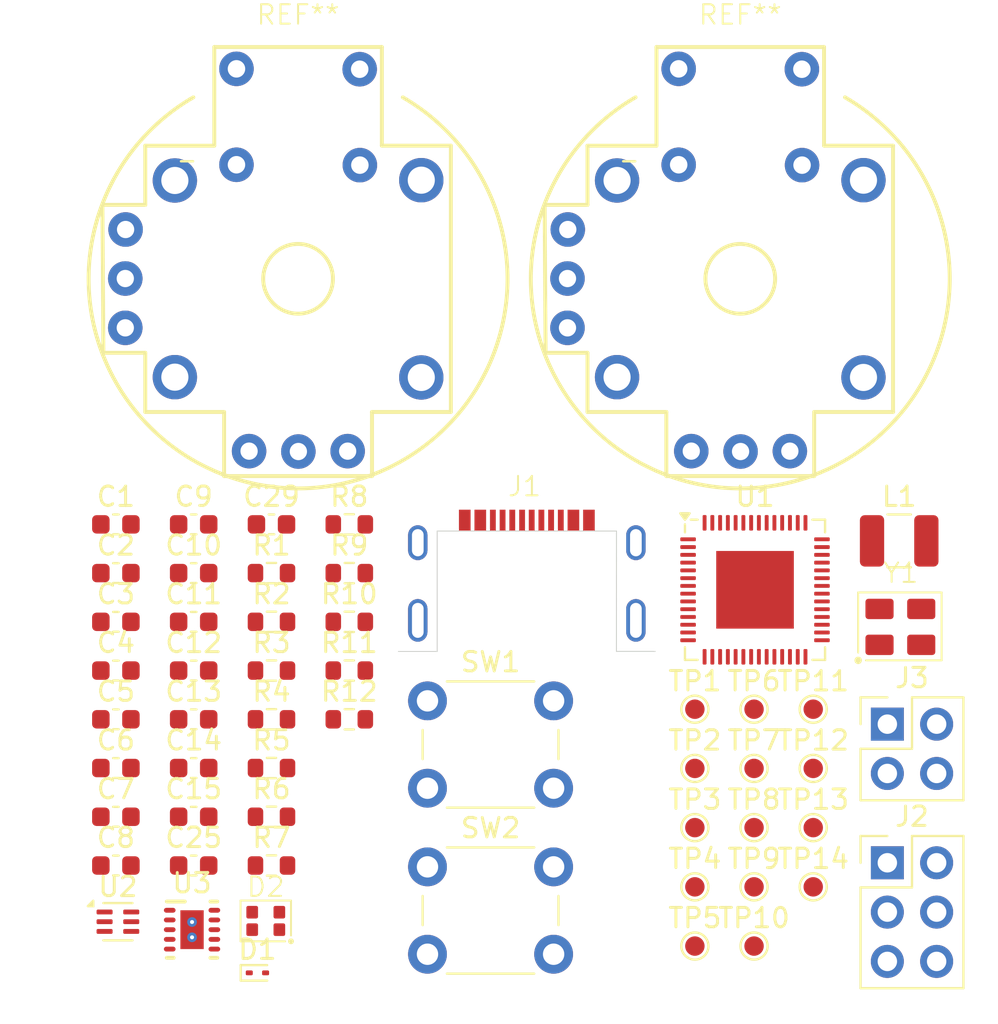
<source format=kicad_pcb>
(kicad_pcb (version 20241229) (generator "pcbnew") (generator_version "9.0")
  (layers (0 "F.Cu" signal) (2 "B.Cu" signal) (13 "F.Paste" user) (15 "B.Paste" user) (5 "F.SilkS" user "F.Silkscreen") (7 "B.SilkS" user "B.Silkscreen") (1 "F.Mask" user) (3 "B.Mask" user) (25 "Edge.Cuts" user))
  (net 0 "")
  (net 1 "+3V3")
  (net 2 "GND")
  (net 3 "GNDS")
  (net 4 "Net-(U1-XTAL_N)")
  (net 5 "Net-(U1-XTAL_P)")
  (net 6 "+5V")
  (net 7 "Net-(D2-RA)")
  (net 8 "Net-(D2-GA)")
  (net 9 "Net-(D2-BA)")
  (net 10 "Net-(J1-CC2)")
  (net 11 "/USB_C_N")
  (net 12 "/USB_C_P")
  (net 13 "Net-(J1-CC1)")
  (net 14 "RST")
  (net 15 "ESP_RX")
  (net 16 "ESP_TX")
  (net 17 "ESP_IO0")
  (net 18 "MTMS")
  (net 19 "MTCK")
  (net 20 "MTDI")
  (net 21 "MTD0")
  (net 22 "RS_X")
  (net 23 "RS_Y")
  (net 24 "RS_SW")
  (net 27 "LS_SW")
  (net 29 "LS_Y")
  (net 31 "LS_X")
  (net 32 "Net-(U3-L1)")
  (net 33 "Net-(U3-L2)")
  (net 34 "LED_R")
  (net 35 "LED_G")
  (net 36 "LED_B")
  (net 37 "BTN_1")
  (net 38 "BTN_2")
  (net 43 "Net-(U1-GPIO33)")
  (net 44 "Net-(U1-GPIO35)")
  (net 45 "Net-(U1-GPIO38)")
  (net 46 "Net-(U1-GPIO34)")
  (net 47 "Net-(U1-GPIO36)")
  (net 48 "Net-(U1-GPIO37)")
  (net 49 "Net-(U1-GPIO21)")
  (net 50 "Net-(U1-DAC_2)")
  (net 51 "Net-(U1-DAC_1)")
  (net 52 "Net-(U1-GPIO14)")
  (net 53 "Net-(U1-GPIO13)")
  (net 54 "Net-(U1-GPIO12)")
  (net 57 "USB_P")
  (net 58 "USB_N")
  (footprint "Capacitor_SMD:C_0603_1608Metric" (layer "F.Cu") (at 49.9 39.23)
    (property "Reference" "C5" (at 0 -1.43 0) (layer "F.SilkS"))
    (property "Value" "0uF1")
    (pad "1" smd roundrect (at -0.775 0) (size 0.9 0.95) (layers "F.Cu" "F.Mask" "F.Paste") (net 1 "+3V3"))
    (pad "2" smd roundrect (at 0.775 0) (size 0.9 0.95) (layers "F.Cu" "F.Mask" "F.Paste") (net 2 "GND"))
  )
  (footprint "TestPoint:TestPoint_Pad_D1.0mm" (layer "F.Cu") (at 82.79 44.81)
    (property "Reference" "TP8" (at 0 -1.448 0) (layer "F.SilkS"))
    (property "Value" "~")
    (pad "1" smd circle (at 0 0) (size 1 1) (layers "F.Cu" "F.Mask") (net 50 "Net-(U1-DAC_2)"))
  )
  (footprint "Resistor_SMD:R_0603_1608Metric" (layer "F.Cu") (at 57.92 46.76)
    (property "Reference" "R7" (at 0 -1.43 0) (layer "F.SilkS"))
    (property "Value" "330R")
    (pad "1" smd roundrect (at -0.825 0) (size 0.8 0.95) (layers "F.Cu" "F.Mask" "F.Paste") (net 35 "LED_G"))
    (pad "2" smd roundrect (at 0.825 0) (size 0.8 0.95) (layers "F.Cu" "F.Mask" "F.Paste") (net 8 "Net-(D2-GA)"))
  )
  (footprint "Capacitor_SMD:C_0603_1608Metric" (layer "F.Cu") (at 49.9 36.72)
    (property "Reference" "C4" (at 0 -1.43 0) (layer "F.SilkS"))
    (property "Value" "0uF1")
    (pad "1" smd roundrect (at -0.775 0) (size 0.9 0.95) (layers "F.Cu" "F.Mask" "F.Paste") (net 1 "+3V3"))
    (pad "2" smd roundrect (at 0.775 0) (size 0.9 0.95) (layers "F.Cu" "F.Mask" "F.Paste") (net 2 "GND"))
  )
  (footprint "Capacitor_SMD:C_0603_1608Metric" (layer "F.Cu") (at 57.92 29.19)
    (property "Reference" "C29" (at 0 -1.43 0) (layer "F.SilkS"))
    (property "Value" "10uF")
    (pad "1" smd roundrect (at -0.775 0) (size 0.9 0.95) (layers "F.Cu" "F.Mask" "F.Paste") (net 1 "+3V3"))
    (pad "2" smd roundrect (at 0.775 0) (size 0.9 0.95) (layers "F.Cu" "F.Mask" "F.Paste") (net 2 "GND"))
  )
  (footprint "TestPoint:TestPoint_Pad_D1.0mm" (layer "F.Cu") (at 79.74 47.86)
    (property "Reference" "TP4" (at 0 -1.448 0) (layer "F.SilkS"))
    (property "Value" "~")
    (pad "1" smd circle (at 0 0) (size 1 1) (layers "F.Cu" "F.Mask") (net 46 "Net-(U1-GPIO34)"))
  )
  (footprint "TestPoint:TestPoint_Pad_D1.0mm" (layer "F.Cu") (at 79.74 38.71)
    (property "Reference" "TP1" (at 0 -1.448 0) (layer "F.SilkS"))
    (property "Value" "~")
    (pad "1" smd circle (at 0 0) (size 1 1) (layers "F.Cu" "F.Mask") (net 43 "Net-(U1-GPIO33)"))
  )
  (footprint "Capacitor_SMD:C_0603_1608Metric" (layer "F.Cu") (at 49.9 44.25)
    (property "Reference" "C7" (at 0 -1.43 0) (layer "F.SilkS"))
    (property "Value" "10uF")
    (pad "1" smd roundrect (at -0.775 0) (size 0.9 0.95) (layers "F.Cu" "F.Mask" "F.Paste") (net 1 "+3V3"))
    (pad "2" smd roundrect (at 0.775 0) (size 0.9 0.95) (layers "F.Cu" "F.Mask" "F.Paste") (net 2 "GND"))
  )
  (footprint "TestPoint:TestPoint_Pad_D1.0mm" (layer "F.Cu") (at 82.79 41.76)
    (property "Reference" "TP7" (at 0 -1.448 0) (layer "F.SilkS"))
    (property "Value" "~")
    (pad "1" smd circle (at 0 0) (size 1 1) (layers "F.Cu" "F.Mask") (net 49 "Net-(U1-GPIO21)"))
  )
  (footprint "Capacitor_SMD:C_0603_1608Metric" (layer "F.Cu") (at 53.91 41.74)
    (property "Reference" "C14" (at 0 -1.43 0) (layer "F.SilkS"))
    (property "Value" "8pF")
    (pad "1" smd roundrect (at -0.775 0) (size 0.9 0.95) (layers "F.Cu" "F.Mask" "F.Paste") (net 4 "Net-(U1-XTAL_N)"))
    (pad "2" smd roundrect (at 0.775 0) (size 0.9 0.95) (layers "F.Cu" "F.Mask" "F.Paste") (net 2 "GND"))
  )
  (footprint "Resistor_SMD:R_0603_1608Metric" (layer "F.Cu") (at 61.93 34.21)
    (property "Reference" "R10" (at 0 -1.43 0) (layer "F.SilkS"))
    (property "Value" "10K")
    (pad "1" smd roundrect (at -0.825 0) (size 0.8 0.95) (layers "F.Cu" "F.Mask" "F.Paste") (net 1 "+3V3"))
    (pad "2" smd roundrect (at 0.825 0) (size 0.8 0.95) (layers "F.Cu" "F.Mask" "F.Paste") (net 27 "LS_SW"))
  )
  (footprint "TestPoint:TestPoint_Pad_D1.0mm" (layer "F.Cu") (at 79.74 50.91)
    (property "Reference" "TP5" (at 0 -1.448 0) (layer "F.SilkS"))
    (property "Value" "~")
    (pad "1" smd circle (at 0 0) (size 1 1) (layers "F.Cu" "F.Mask") (net 47 "Net-(U1-GPIO36)"))
  )
  (footprint "Resistor_SMD:R_0603_1608Metric" (layer "F.Cu") (at 61.93 31.7)
    (property "Reference" "R9" (at 0 -1.43 0) (layer "F.SilkS"))
    (property "Value" "10K")
    (pad "1" smd roundrect (at -0.825 0) (size 0.8 0.95) (layers "F.Cu" "F.Mask" "F.Paste") (net 1 "+3V3"))
    (pad "2" smd roundrect (at 0.825 0) (size 0.8 0.95) (layers "F.Cu" "F.Mask" "F.Paste") (net 24 "RS_SW"))
  )
  (footprint "Resistor_SMD:R_0603_1608Metric" (layer "F.Cu") (at 61.93 39.23)
    (property "Reference" "R12" (at 0 -1.43 0) (layer "F.SilkS"))
    (property "Value" "10K")
    (pad "1" smd roundrect (at -0.825 0) (size 0.8 0.95) (layers "F.Cu" "F.Mask" "F.Paste") (net 1 "+3V3"))
    (pad "2" smd roundrect (at 0.825 0) (size 0.8 0.95) (layers "F.Cu" "F.Mask" "F.Paste") (net 38 "BTN_2"))
  )
  (footprint "Resistor_SMD:R_0603_1608Metric" (layer "F.Cu") (at 61.93 36.72)
    (property "Reference" "R11" (at 0 -1.43 0) (layer "F.SilkS"))
    (property "Value" "10K")
    (pad "1" smd roundrect (at -0.825 0) (size 0.8 0.95) (layers "F.Cu" "F.Mask" "F.Paste") (net 1 "+3V3"))
    (pad "2" smd roundrect (at 0.825 0) (size 0.8 0.95) (layers "F.Cu" "F.Mask" "F.Paste") (net 37 "BTN_1"))
  )
  (footprint "CONTROLER:usb4500" (layer "F.Cu") (at 70.96 32.835)
    (property "Reference" "J1" (at 0 -5.6 0) (layer "F.SilkS") (effects (font (thickness 0.1))))
    (property "Value" "USB_C_Receptacle_USB2.0_14P")
    (fp_line (start -4.5 -3.3) (end -4.5 2.9) (stroke (width 0.05)) (layer "Edge.Cuts"))
    (fp_line (start -4.5 -3.3) (end 4.74 -3.3) (stroke (width 0.05)) (layer "Edge.Cuts"))
    (fp_line (start -4.5 2.9) (end -6.5 2.9) (stroke (width 0.05)) (layer "Edge.Cuts"))
    (fp_line (start 4.737427 2.897799) (end 6.737427 2.897799) (stroke (width 0.05)) (layer "Edge.Cuts"))
    (fp_line (start 4.74 -3.3) (end 4.737427 2.897799) (stroke (width 0.05)) (layer "Edge.Cuts"))
    (pad "A1" smd rect (at -3.08 -3.85 90) (size 1.1 0.6) (layers "F.Cu" "F.Mask" "F.Paste") (net 2 "GND"))
    (pad "A4" smd rect (at -2.28 -3.85 90) (size 1.1 0.6) (layers "F.Cu" "F.Mask" "F.Paste") (net 6 "+5V"))
    (pad "A5" smd rect (at -1.13 -3.85 90) (size 1.1 0.3) (layers "F.Cu" "F.Mask" "F.Paste") (net 13 "Net-(J1-CC1)"))
    (pad "A6" smd rect (at -0.125 -3.85 90) (size 1.1 0.3) (layers "F.Cu" "F.Mask" "F.Paste") (net 12 "/USB_C_P"))
    (pad "A7" smd rect (at 0.37 -3.85 90) (size 1.1 0.3) (layers "F.Cu" "F.Mask" "F.Paste") (net 11 "/USB_C_N"))
    (pad "A8" smd rect (at 1.37 -3.85 90) (size 1.1 0.3) (layers "F.Cu" "F.Mask" "F.Paste"))
    (pad "B1" smd rect (at 3.32 -3.85 90) (size 1.1 0.6) (layers "F.Cu" "F.Mask" "F.Paste") (net 2 "GND"))
    (pad "B4" smd rect (at 2.52 -3.85 90) (size 1.1 0.6) (layers "F.Cu" "F.Mask" "F.Paste") (net 6 "+5V"))
    (pad "B5" smd rect (at 1.87 -3.85 90) (size 1.1 0.3) (layers "F.Cu" "F.Mask" "F.Paste") (net 10 "Net-(J1-CC2)"))
    (pad "B6" smd rect (at 0.87 -3.85 90) (size 1.1 0.3) (layers "F.Cu" "F.Mask" "F.Paste") (net 12 "/USB_C_P"))
    (pad "B7" smd rect (at -0.63 -3.85 90) (size 1.1 0.3) (layers "F.Cu" "F.Mask" "F.Paste") (net 11 "/USB_C_N"))
    (pad "B8" smd rect (at -1.63 -3.85 90) (size 1.1 0.3) (layers "F.Cu" "F.Mask" "F.Paste"))
    (pad "S" thru_hole roundrect (at -5.5 -2.7 90) (size 1.8 1) (drill oval 1.4 0.6) (layers "*.Cu" "*.Mask") (roundrect_rratio 0.5) (net 3 "GNDS"))
    (pad "S" thru_hole roundrect (at -5.5 1.3 90) (size 2.2 1) (drill oval 1.8 0.6) (layers "*.Cu" "*.Mask") (roundrect_rratio 0.5) (net 3 "GNDS"))
    (pad "S" thru_hole roundrect (at 5.74 -2.7 90) (size 1.8 1) (drill oval 1.4 0.6) (layers "*.Cu" "*.Mask") (roundrect_rratio 0.5) (net 3 "GNDS"))
    (pad "S" thru_hole roundrect (at 5.74 1.3 90) (size 2.2 1) (drill oval 1.8 0.6) (layers "*.Cu" "*.Mask") (roundrect_rratio 0.5) (net 3 "GNDS"))
  )
  (footprint "Resistor_SMD:R_0603_1608Metric" (layer "F.Cu") (at 61.93 29.19)
    (property "Reference" "R8" (at 0 -1.43 0) (layer "F.SilkS"))
    (property "Value" "330R")
    (pad "1" smd roundrect (at -0.825 0) (size 0.8 0.95) (layers "F.Cu" "F.Mask" "F.Paste") (net 36 "LED_B"))
    (pad "2" smd roundrect (at 0.825 0) (size 0.8 0.95) (layers "F.Cu" "F.Mask" "F.Paste") (net 9 "Net-(D2-BA)"))
  )
  (footprint "CONTROLER:EAST1616RGBA1" (layer "F.Cu") (at 57.625 49.665)
    (property "Reference" "D2" (at 0 -1.8 0) (layer "F.SilkS") (effects (font (thickness 0.1))))
    (property "Value" "LED_BKGR")
    (pad "1" smd roundrect (at 0.7 0.4) (size 0.6 0.65) (layers "F.Cu" "F.Mask" "F.Paste") (roundrect_rratio 0.15) (net 9 "Net-(D2-BA)"))
    (pad "2" smd roundrect (at 0.7 -0.5) (size 0.6 0.65) (layers "F.Cu" "F.Mask" "F.Paste") (roundrect_rratio 0.15) (net 2 "GND"))
    (pad "3" smd roundrect (at -0.7 0.4) (size 0.6 0.65) (layers "F.Cu" "F.Mask" "F.Paste") (roundrect_rratio 0.15) (net 8 "Net-(D2-GA)"))
    (pad "4" smd roundrect (at -0.7 -0.5) (size 0.6 0.65) (layers "F.Cu" "F.Mask" "F.Paste") (roundrect_rratio 0.15) (net 7 "Net-(D2-RA)"))
  )
  (footprint "Resistor_SMD:R_0603_1608Metric" (layer "F.Cu") (at 57.92 39.23)
    (property "Reference" "R4" (at 0 -1.43 0) (layer "F.SilkS"))
    (property "Value" "330R")
    (pad "1" smd roundrect (at -0.825 0) (size 0.8 0.95) (layers "F.Cu" "F.Mask" "F.Paste") (net 3 "GNDS"))
    (pad "2" smd roundrect (at 0.825 0) (size 0.8 0.95) (layers "F.Cu" "F.Mask" "F.Paste") (net 2 "GND"))
  )
  (footprint "Capacitor_SMD:C_0603_1608Metric" (layer "F.Cu") (at 53.91 44.25)
    (property "Reference" "C15" (at 0 -1.43 0) (layer "F.SilkS"))
    (property "Value" "8pF")
    (pad "1" smd roundrect (at -0.775 0) (size 0.9 0.95) (layers "F.Cu" "F.Mask" "F.Paste") (net 5 "Net-(U1-XTAL_P)"))
    (pad "2" smd roundrect (at 0.775 0) (size 0.9 0.95) (layers "F.Cu" "F.Mask" "F.Paste") (net 2 "GND"))
  )
  (footprint "TestPoint:TestPoint_Pad_D1.0mm" (layer "F.Cu") (at 85.84 38.71)
    (property "Reference" "TP11" (at 0 -1.448 0) (layer "F.SilkS"))
    (property "Value" "~")
    (pad "1" smd circle (at 0 0) (size 1 1) (layers "F.Cu" "F.Mask") (net 53 "Net-(U1-GPIO13)"))
  )
  (footprint "Capacitor_SMD:C_0603_1608Metric" (layer "F.Cu") (at 53.91 29.19)
    (property "Reference" "C9" (at 0 -1.43 0) (layer "F.SilkS"))
    (property "Value" "10uF")
    (pad "1" smd roundrect (at -0.775 0) (size 0.9 0.95) (layers "F.Cu" "F.Mask" "F.Paste") (net 1 "+3V3"))
    (pad "2" smd roundrect (at 0.775 0) (size 0.9 0.95) (layers "F.Cu" "F.Mask" "F.Paste") (net 2 "GND"))
  )
  (footprint "Inductor_SMD:L_1210_3225Metric" (layer "F.Cu") (at 90.27 30.04)
    (property "Reference" "L1" (at 0 -2.28 0) (layer "F.SilkS"))
    (property "Value" "1uH5")
    (pad "1" smd roundrect (at -1.4 0) (size 1.25 2.65) (layers "F.Cu" "F.Mask" "F.Paste") (roundrect_rratio 0.2) (net 32 "Net-(U3-L1)"))
    (pad "2" smd roundrect (at 1.4 0) (size 1.25 2.65) (layers "F.Cu" "F.Mask" "F.Paste") (roundrect_rratio 0.2) (net 33 "Net-(U3-L2)"))
  )
  (footprint "TestPoint:TestPoint_Pad_D1.0mm" (layer "F.Cu") (at 82.79 38.71)
    (property "Reference" "TP6" (at 0 -1.448 0) (layer "F.SilkS"))
    (property "Value" "~")
    (pad "1" smd circle (at 0 0) (size 1 1) (layers "F.Cu" "F.Mask") (net 48 "Net-(U1-GPIO37)"))
  )
  (footprint "Button_Switch_THT:SW_PUSH_6mm" (layer "F.Cu") (at 65.96 46.83)
    (property "Reference" "SW2" (at 3.25 -2 0) (layer "F.SilkS"))
    (property "Value" "SW_MEC_5E")
    (pad "1" thru_hole circle (at 0 0 90) (size 2 2) (drill 1.1) (layers "*.Cu" "*.Mask") (net 38 "BTN_2"))
    (pad "1" thru_hole circle (at 6.5 0 90) (size 2 2) (drill 1.1) (layers "*.Cu" "*.Mask") (net 38 "BTN_2"))
    (pad "2" thru_hole circle (at 0 4.5 90) (size 2 2) (drill 1.1) (layers "*.Cu" "*.Mask"))
    (pad "2" thru_hole circle (at 6.5 4.5 90) (size 2 2) (drill 1.1) (layers "*.Cu" "*.Mask"))
  )
  (footprint "TestPoint:TestPoint_Pad_D1.0mm" (layer "F.Cu") (at 85.84 47.86)
    (property "Reference" "TP14" (at 0 -1.448 0) (layer "F.SilkS"))
    (property "Value" "~")
    (pad "1" smd circle (at 0 0) (size 1 1) (layers "F.Cu" "F.Mask") (net 1 "+3V3"))
  )
  (footprint "TestPoint:TestPoint_Pad_D1.0mm" (layer "F.Cu") (at 85.84 41.76)
    (property "Reference" "TP12" (at 0 -1.448 0) (layer "F.SilkS"))
    (property "Value" "~")
    (pad "1" smd circle (at 0 0) (size 1 1) (layers "F.Cu" "F.Mask") (net 54 "Net-(U1-GPIO12)"))
  )
  (footprint "Capacitor_SMD:C_0603_1608Metric" (layer "F.Cu") (at 53.91 39.23)
    (property "Reference" "C13" (at 0 -1.43 0) (layer "F.SilkS"))
    (property "Value" "0uF1")
    (pad "1" smd roundrect (at -0.775 0) (size 0.9 0.95) (layers "F.Cu" "F.Mask" "F.Paste") (net 3 "GNDS"))
    (pad "2" smd roundrect (at 0.775 0) (size 0.9 0.95) (layers "F.Cu" "F.Mask" "F.Paste") (net 2 "GND"))
  )
  (footprint "Capacitor_SMD:C_0603_1608Metric" (layer "F.Cu") (at 49.9 46.76)
    (property "Reference" "C8" (at 0 -1.43 0) (layer "F.SilkS"))
    (property "Value" "10uF")
    (pad "1" smd roundrect (at -0.775 0) (size 0.9 0.95) (layers "F.Cu" "F.Mask" "F.Paste") (net 1 "+3V3"))
    (pad "2" smd roundrect (at 0.775 0) (size 0.9 0.95) (layers "F.Cu" "F.Mask" "F.Paste") (net 2 "GND"))
  )
  (footprint "Resistor_SMD:R_0603_1608Metric" (layer "F.Cu") (at 57.92 44.25)
    (property "Reference" "R6" (at 0 -1.43 0) (layer "F.SilkS"))
    (property "Value" "330R")
    (pad "1" smd roundrect (at -0.825 0) (size 0.8 0.95) (layers "F.Cu" "F.Mask" "F.Paste") (net 34 "LED_R"))
    (pad "2" smd roundrect (at 0.825 0) (size 0.8 0.95) (layers "F.Cu" "F.Mask" "F.Paste") (net 7 "Net-(D2-RA)"))
  )
  (footprint "Package_DFN_QFN:ST_UQFN-6L_1.5x1.7mm_P0.5mm" (layer "F.Cu") (at 50.005 49.655)
    (property "Reference" "U2" (at 0 -1.8 0) (layer "F.SilkS"))
    (property "Value" "ECMF02-2AMX6")
    (pad "1" smd roundrect (at -0.6875 -0.5) (size 0.825 0.25) (layers "F.Cu" "F.Mask" "F.Paste") (net 57 "USB_P"))
    (pad "2" smd roundrect (at -0.6875 0) (size 0.825 0.25) (layers "F.Cu" "F.Mask" "F.Paste") (net 58 "USB_N"))
    (pad "3" smd roundrect (at -0.6875 0.5) (size 0.825 0.25) (layers "F.Cu" "F.Mask" "F.Paste") (net 2 "GND"))
    (pad "4" smd roundrect (at 0.6875 0.5) (size 0.825 0.25) (layers "F.Cu" "F.Mask" "F.Paste"))
    (pad "5" smd roundrect (at 0.6875 0) (size 0.825 0.25) (layers "F.Cu" "F.Mask" "F.Paste") (net 11 "/USB_C_N"))
    (pad "6" smd roundrect (at 0.6875 -0.5) (size 0.825 0.25) (layers "F.Cu" "F.Mask" "F.Paste") (net 12 "/USB_C_P"))
  )
  (footprint "Resistor_SMD:R_0603_1608Metric" (layer "F.Cu") (at 57.92 34.21)
    (property "Reference" "R2" (at 0 -1.43 0) (layer "F.SilkS"))
    (property "Value" "5K1")
    (pad "1" smd roundrect (at -0.825 0) (size 0.8 0.95) (layers "F.Cu" "F.Mask" "F.Paste") (net 10 "Net-(J1-CC2)"))
    (pad "2" smd roundrect (at 0.825 0) (size 0.8 0.95) (layers "F.Cu" "F.Mask" "F.Paste") (net 2 "GND"))
  )
  (footprint "Diode_SMD:D_SOD-923" (layer "F.Cu") (at 57.195 52.29)
    (property "Reference" "D1" (at 0 -1.2 0) (layer "F.SilkS"))
    (property "Value" "ESD9B5.0ST5G")
    (pad "1" smd roundrect (at -0.42 0 180) (size 0.36 0.25) (layers "F.Cu" "F.Mask" "F.Paste") (net 2 "GND"))
    (pad "2" smd roundrect (at 0.42 0 180) (size 0.36 0.25) (layers "F.Cu" "F.Mask" "F.Paste") (net 6 "+5V"))
  )
  (footprint "Package_DFN_QFN:QFN-56-1EP_7x7mm_P0.4mm_EP4x4mm" (layer "F.Cu") (at 82.84 32.56)
    (property "Reference" "U1" (at 0 -4.8 0) (layer "F.SilkS"))
    (property "Value" "ESP32-S2FH2")
    (pad "1" smd roundrect (at -3.45 -2.6) (size 0.8 0.2) (layers "F.Cu" "F.Mask" "F.Paste") (net 1 "+3V3"))
    (pad "2" smd roundrect (at -3.45 -2.2) (size 0.8 0.2) (layers "F.Cu" "F.Mask" "F.Paste"))
    (pad "3" smd roundrect (at -3.45 -1.8) (size 0.8 0.2) (layers "F.Cu" "F.Mask" "F.Paste") (net 1 "+3V3"))
    (pad "4" smd roundrect (at -3.45 -1.4) (size 0.8 0.2) (layers "F.Cu" "F.Mask" "F.Paste") (net 1 "+3V3"))
    (pad "5" smd roundrect (at -3.45 -1) (size 0.8 0.2) (layers "F.Cu" "F.Mask" "F.Paste") (net 17 "ESP_IO0"))
    (pad "6" smd roundrect (at -3.45 -0.6) (size 0.8 0.2) (layers "F.Cu" "F.Mask" "F.Paste") (net 31 "LS_X"))
    (pad "7" smd roundrect (at -3.45 -0.2) (size 0.8 0.2) (layers "F.Cu" "F.Mask" "F.Paste") (net 29 "LS_Y"))
    (pad "8" smd roundrect (at -3.45 0.2) (size 0.8 0.2) (layers "F.Cu" "F.Mask" "F.Paste") (net 22 "RS_X"))
    (pad "9" smd roundrect (at -3.45 0.6) (size 0.8 0.2) (layers "F.Cu" "F.Mask" "F.Paste") (net 23 "RS_Y"))
    (pad "10" smd roundrect (at -3.45 1) (size 0.8 0.2) (layers "F.Cu" "F.Mask" "F.Paste") (net 27 "LS_SW"))
    (pad "11" smd roundrect (at -3.45 1.4) (size 0.8 0.2) (layers "F.Cu" "F.Mask" "F.Paste") (net 24 "RS_SW"))
    (pad "12" smd roundrect (at -3.45 1.8) (size 0.8 0.2) (layers "F.Cu" "F.Mask" "F.Paste") (net 37 "BTN_1"))
    (pad "13" smd roundrect (at -3.45 2.2) (size 0.8 0.2) (layers "F.Cu" "F.Mask" "F.Paste") (net 38 "BTN_2"))
    (pad "14" smd roundrect (at -3.45 2.6) (size 0.8 0.2) (layers "F.Cu" "F.Mask" "F.Paste") (net 36 "LED_B"))
    (pad "15" smd roundrect (at -2.6 3.45) (size 0.2 0.8) (layers "F.Cu" "F.Mask" "F.Paste") (net 35 "LED_G"))
    (pad "16" smd roundrect (at -2.2 3.45) (size 0.2 0.8) (layers "F.Cu" "F.Mask" "F.Paste") (net 34 "LED_R"))
    (pad "17" smd roundrect (at -1.8 3.45) (size 0.2 0.8) (layers "F.Cu" "F.Mask" "F.Paste") (net 54 "Net-(U1-GPIO12)"))
    (pad "18" smd roundrect (at -1.4 3.45) (size 0.2 0.8) (layers "F.Cu" "F.Mask" "F.Paste") (net 53 "Net-(U1-GPIO13)"))
    (pad "19" smd roundrect (at -1 3.45) (size 0.2 0.8) (layers "F.Cu" "F.Mask" "F.Paste") (net 52 "Net-(U1-GPIO14)"))
    (pad "20" smd roundrect (at -0.6 3.45) (size 0.2 0.8) (layers "F.Cu" "F.Mask" "F.Paste") (net 1 "+3V3"))
    (pad "21" smd roundrect (at -0.2 3.45) (size 0.2 0.8) (layers "F.Cu" "F.Mask" "F.Paste"))
    (pad "22" smd roundrect (at 0.2 3.45) (size 0.2 0.8) (layers "F.Cu" "F.Mask" "F.Paste"))
    (pad "23" smd roundrect (at 0.6 3.45) (size 0.2 0.8) (layers "F.Cu" "F.Mask" "F.Paste") (net 51 "Net-(U1-DAC_1)"))
    (pad "24" smd roundrect (at 1 3.45) (size 0.2 0.8) (layers "F.Cu" "F.Mask" "F.Paste") (net 50 "Net-(U1-DAC_2)"))
    (pad "25" smd roundrect (at 1.4 3.45) (size 0.2 0.8) (layers "F.Cu" "F.Mask" "F.Paste") (net 58 "USB_N"))
    (pad "26" smd roundrect (at 1.8 3.45) (size 0.2 0.8) (layers "F.Cu" "F.Mask" "F.Paste") (net 57 "USB_P"))
    (pad "27" smd roundrect (at 2.2 3.45) (size 0.2 0.8) (layers "F.Cu" "F.Mask" "F.Paste") (net 1 "+3V3"))
    (pad "28" smd roundrect (at 2.6 3.45) (size 0.2 0.8) (layers "F.Cu" "F.Mask" "F.Paste") (net 49 "Net-(U1-GPIO21)"))
    (pad "29" smd roundrect (at 3.45 2.6) (size 0.8 0.2) (layers "F.Cu" "F.Mask" "F.Paste"))
    (pad "30" smd roundrect (at 3.45 2.2) (size 0.8 0.2) (layers "F.Cu" "F.Mask" "F.Paste") (net 1 "+3V3"))
    (pad "31" smd roundrect (at 3.45 1.8) (size 0.8 0.2) (layers "F.Cu" "F.Mask" "F.Paste"))
    (pad "32" smd roundrect (at 3.45 1.4) (size 0.8 0.2) (layers "F.Cu" "F.Mask" "F.Paste"))
    (pad "33" smd roundrect (at 3.45 1) (size 0.8 0.2) (layers "F.Cu" "F.Mask" "F.Paste"))
    (pad "34" smd roundrect (at 3.45 0.6) (size 0.8 0.2) (layers "F.Cu" "F.Mask" "F.Paste"))
    (pad "35" smd roundrect (at 3.45 0.2) (size 0.8 0.2) (layers "F.Cu" "F.Mask" "F.Paste"))
    (pad "36" smd roundrect (at 3.45 -0.2) (size 0.8 0.2) (layers "F.Cu" "F.Mask" "F.Paste"))
    (pad "37" smd roundrect (at 3.45 -0.6) (size 0.8 0.2) (layers "F.Cu" "F.Mask" "F.Paste") (net 43 "Net-(U1-GPIO33)"))
    (pad "38" smd roundrect (at 3.45 -1) (size 0.8 0.2) (layers "F.Cu" "F.Mask" "F.Paste") (net 46 "Net-(U1-GPIO34)"))
    (pad "39" smd roundrect (at 3.45 -1.4) (size 0.8 0.2) (layers "F.Cu" "F.Mask" "F.Paste") (net 44 "Net-(U1-GPIO35)"))
    (pad "40" smd roundrect (at 3.45 -1.8) (size 0.8 0.2) (layers "F.Cu" "F.Mask" "F.Paste") (net 47 "Net-(U1-GPIO36)"))
    (pad "41" smd roundrect (at 3.45 -2.2) (size 0.8 0.2) (layers "F.Cu" "F.Mask" "F.Paste") (net 48 "Net-(U1-GPIO37)"))
    (pad "42" smd roundrect (at 3.45 -2.6) (size 0.8 0.2) (layers "F.Cu" "F.Mask" "F.Paste") (net 45 "Net-(U1-GPIO38)"))
    (pad "43" smd roundrect (at 2.6 -3.45) (size 0.2 0.8) (layers "F.Cu" "F.Mask" "F.Paste") (net 19 "MTCK"))
    (pad "44" smd roundrect (at 2.2 -3.45) (size 0.2 0.8) (layers "F.Cu" "F.Mask" "F.Paste") (net 21 "MTD0"))
    (pad "45" smd roundrect (at 1.8 -3.45) (size 0.2 0.8) (layers "F.Cu" "F.Mask" "F.Paste") (net 1 "+3V3"))
    (pad "46" smd roundrect (at 1.4 -3.45) (size 0.2 0.8) (layers "F.Cu" "F.Mask" "F.Paste") (net 20 "MTDI"))
    (pad "47" smd roundrect (at 1 -3.45) (size 0.2 0.8) (layers "F.Cu" "F.Mask" "F.Paste") (net 18 "MTMS"))
    (pad "48" smd roundrect (at 0.6 -3.45) (size 0.2 0.8) (layers "F.Cu" "F.Mask" "F.Paste") (net 16 "ESP_TX"))
    (pad "49" smd roundrect (at 0.2 -3.45) (size 0.2 0.8) (layers "F.Cu" "F.Mask" "F.Paste") (net 15 "ESP_RX"))
    (pad "50" smd roundrect (at -0.2 -3.45) (size 0.2 0.8) (layers "F.Cu" "F.Mask" "F.Paste") (net 2 "GND"))
    (pad "51" smd roundrect (at -0.6 -3.45) (size 0.2 0.8) (layers "F.Cu" "F.Mask" "F.Paste") (net 1 "+3V3"))
    (pad "52" smd roundrect (at -1 -3.45) (size 0.2 0.8) (layers "F.Cu" "F.Mask" "F.Paste") (net 4 "Net-(U1-XTAL_N)"))
    (pad "53" smd roundrect (at -1.4 -3.45) (size 0.2 0.8) (layers "F.Cu" "F.Mask" "F.Paste") (net 5 "Net-(U1-XTAL_P)"))
    (pad "54" smd roundrect (at -1.8 -3.45) (size 0.2 0.8) (layers "F.Cu" "F.Mask" "F.Paste") (net 1 "+3V3"))
    (pad "55" smd roundrect (at -2.2 -3.45) (size 0.2 0.8) (layers "F.Cu" "F.Mask" "F.Paste") (net 2 "GND"))
    (pad "56" smd roundrect (at -2.6 -3.45) (size 0.2 0.8) (layers "F.Cu" "F.Mask" "F.Paste") (net 14 "RST"))
    (pad "57" smd rect (at 0 0) (size 4 4) (property pad_prop_heatsink) (layers "F.Cu" "F.Mask") (net 2 "GND"))
  )
  (footprint "CONTROLER:PS4_joystick" (layer "F.Cu") (at 82.08 16.543)
    (property "Reference" "JS2" (hide yes))
    (property "Value" "~" (hide yes))
    (fp_text user "REF**" (at 0 -13.6 0) (layer "F.SilkS") (effects (font (thickness 0.1))))
    (pad "B1A" thru_hole circle (at -3.175 -10.8148) (size 1.778 1.778) (drill 0.9) (layers "*.Cu" "*.Mask") (net 27 "LS_SW"))
    (pad "B1B" thru_hole circle (at 3.175 -10.795) (size 1.778 1.778) (drill 0.9) (layers "*.Cu" "*.Mask"))
    (pad "B2A" thru_hole circle (at -3.175 -5.8748) (size 1.778 1.778) (drill 0.9) (layers "*.Cu" "*.Mask"))
    (pad "B2B" thru_hole circle (at 3.185 -5.8548) (size 1.778 1.778) (drill 0.9) (layers "*.Cu" "*.Mask") (net 2 "GND"))
    (pad "H1" thru_hole circle (at -2.525 8.8752) (size 1.778 1.778) (drill 0.889) (layers "*.Cu" "*.Mask") (net 2 "GND"))
    (pad "H2" thru_hole circle (at 0.015 8.8952) (size 1.778 1.778) (drill 0.889) (layers "*.Cu" "*.Mask") (net 29 "LS_Y"))
    (pad "H3" thru_hole circle (at 2.555 8.8752) (size 1.778 1.778) (drill 0.889) (layers "*.Cu" "*.Mask") (net 1 "+3V3"))
    (pad "S" thru_hole circle (at -6.35 -5.0648) (size 2.286 2.286) (drill 1.397) (layers "*.Cu" "*.Mask") (net 3 "GNDS"))
    (pad "S" thru_hole circle (at -6.35 5.0652) (size 2.286 2.286) (drill 1.397) (layers "*.Cu" "*.Mask") (net 3 "GNDS"))
    (pad "S" thru_hole circle (at 6.35 -5.08) (size 2.286 2.286) (drill 1.397) (layers "*.Cu" "*.Mask") (net 3 "GNDS"))
    (pad "S" thru_hole circle (at 6.35 5.08) (size 2.286 2.286) (drill 1.397) (layers "*.Cu" "*.Mask") (net 3 "GNDS"))
    (pad "V1" thru_hole circle (at -8.89 -2.54) (size 1.778 1.778) (drill 0.889) (layers "*.Cu" "*.Mask") (net 2 "GND"))
    (pad "V2" thru_hole circle (at -8.905 -0.0148) (size 1.778 1.778) (drill 0.889) (layers "*.Cu" "*.Mask") (net 31 "LS_X"))
    (pad "V3" thru_hole circle (at -8.905 2.5252) (size 1.778 1.778) (drill 0.889) (layers "*.Cu" "*.Mask") (net 1 "+3V3"))
  )
  (footprint "TestPoint:TestPoint_Pad_D1.0mm" (layer "F.Cu") (at 82.79 47.86)
    (property "Reference" "TP9" (at 0 -1.448 0) (layer "F.SilkS"))
    (property "Value" "~")
    (pad "1" smd circle (at 0 0) (size 1 1) (layers "F.Cu" "F.Mask") (net 51 "Net-(U1-DAC_1)"))
  )
  (footprint "Capacitor_SMD:C_0603_1608Metric" (layer "F.Cu") (at 49.9 29.19)
    (property "Reference" "C1" (at 0 -1.43 0) (layer "F.SilkS"))
    (property "Value" "0uF1")
    (pad "1" smd roundrect (at -0.775 0) (size 0.9 0.95) (layers "F.Cu" "F.Mask" "F.Paste") (net 1 "+3V3"))
    (pad "2" smd roundrect (at 0.775 0) (size 0.9 0.95) (layers "F.Cu" "F.Mask" "F.Paste") (net 2 "GND"))
  )
  (footprint "TestPoint:TestPoint_Pad_D1.0mm" (layer "F.Cu") (at 82.79 50.91)
    (property "Reference" "TP10" (at 0 -1.448 0) (layer "F.SilkS"))
    (property "Value" "~")
    (pad "1" smd circle (at 0 0) (size 1 1) (layers "F.Cu" "F.Mask") (net 52 "Net-(U1-GPIO14)"))
  )
  (footprint "TestPoint:TestPoint_Pad_D1.0mm" (layer "F.Cu") (at 85.84 44.81)
    (property "Reference" "TP13" (at 0 -1.448 0) (layer "F.SilkS"))
    (property "Value" "~")
    (pad "1" smd circle (at 0 0) (size 1 1) (layers "F.Cu" "F.Mask") (net 6 "+5V"))
  )
  (footprint "CONTROLER:TPS63031DSKR" (layer "F.Cu") (at 53.825 50.065005)
    (property "Reference" "U3" (at 0 -2.4 0) (layer "F.SilkS"))
    (property "Value" "TPS63031DSKR")
    (pad "1" smd oval (at -1.15 -1.000003 90) (size 0.249999 0.599999) (layers "F.Cu" "F.Mask" "F.Paste") (net 1 "+3V3"))
    (pad "2" smd oval (at -1.15 -0.500002 90) (size 0.249999 0.599999) (layers "F.Cu" "F.Mask" "F.Paste") (net 33 "Net-(U3-L2)"))
    (pad "3" smd oval (at -1.15 -0.000003 90) (size 0.249999 0.599999) (layers "F.Cu" "F.Mask" "F.Paste") (net 2 "GND"))
    (pad "4" smd oval (at -1.15 0.499996 90) (size 0.249999 0.599999) (layers "F.Cu" "F.Mask" "F.Paste") (net 32 "Net-(U3-L1)"))
    (pad "5" smd oval (at -1.15 0.999998 90) (size 0.249999 0.599999) (layers "F.Cu" "F.Mask" "F.Paste") (net 6 "+5V"))
    (pad "6" smd oval (at 1.15 0.999998 90) (size 0.249999 0.599999) (layers "F.Cu" "F.Mask" "F.Paste") (net 6 "+5V"))
    (pad "7" smd oval (at 1.15 0.499996 90) (size 0.249999 0.599999) (layers "F.Cu" "F.Mask" "F.Paste") (net 6 "+5V"))
    (pad "8" smd oval (at 1.15 -0.000003 90) (size 0.249999 0.599999) (layers "F.Cu" "F.Mask" "F.Paste") (net 6 "+5V"))
    (pad "9" smd oval (at 1.15 -0.500002 90) (size 0.249999 0.599999) (layers "F.Cu" "F.Mask" "F.Paste") (net 2 "GND"))
    (pad "10" smd oval (at 1.15 -1.000003 90) (size 0.249999 0.599999) (layers "F.Cu" "F.Mask" "F.Paste") (net 1 "+3V3"))
    (pad "11" smd rect (at 0 0) (size 1.2 2.000001) (layers "F.Cu" "F.Mask" "F.Paste") (net 2 "GND"))
    (pad "V" thru_hole circle (at 0 -0.3937) (size 0.499999 0.499999) (drill 0.2032) (layers "*.Cu" "*.Mask"))
    (pad "V" thru_hole circle (at 0 0.3937) (size 0.499999 0.499999) (drill 0.2032) (layers "*.Cu" "*.Mask"))
  )
  (footprint "CONTROLER:cx3225sa_e" (layer "F.Cu") (at 90.356421 34.495)
    (property "Reference" "Y1" (at 0 -2.8 0) (layer "F.SilkS") (effects (font (thickness 0.1))))
    (property "Value" "40MHz")
    (pad "1" smd roundrect (at -1.1 0.9) (size 1.45 1.05) (layers "F.Cu" "F.Mask" "F.Paste") (roundrect_rratio 0.15) (net 5 "Net-(U1-XTAL_P)"))
    (pad "2" smd roundrect (at 1.05 0.9) (size 1.45 1.05) (layers "F.Cu" "F.Mask" "F.Paste") (roundrect_rratio 0.15) (net 4 "Net-(U1-XTAL_N)"))
    (pad "3" smd roundrect (at 1.05 -0.95) (size 1.45 1.05) (layers "F.Cu" "F.Mask" "F.Paste") (roundrect_rratio 0.15))
    (pad "4" smd roundrect (at -1.1 -0.95) (size 1.45 1.05) (layers "F.Cu" "F.Mask" "F.Paste") (roundrect_rratio 0.15))
  )
  (footprint "Resistor_SMD:R_0603_1608Metric" (layer "F.Cu") (at 57.92 36.72)
    (property "Reference" "R3" (at 0 -1.43 0) (layer "F.SilkS"))
    (property "Value" "5K1")
    (pad "1" smd roundrect (at -0.825 0) (size 0.8 0.95) (layers "F.Cu" "F.Mask" "F.Paste") (net 13 "Net-(J1-CC1)"))
    (pad "2" smd roundrect (at 0.825 0) (size 0.8 0.95) (layers "F.Cu" "F.Mask" "F.Paste") (net 2 "GND"))
  )
  (footprint "Capacitor_SMD:C_0603_1608Metric" (layer "F.Cu") (at 49.9 31.7)
    (property "Reference" "C2" (at 0 -1.43 0) (layer "F.SilkS"))
    (property "Value" "0uF1")
    (pad "1" smd roundrect (at -0.775 0) (size 0.9 0.95) (layers "F.Cu" "F.Mask" "F.Paste") (net 1 "+3V3"))
    (pad "2" smd roundrect (at 0.775 0) (size 0.9 0.95) (layers "F.Cu" "F.Mask" "F.Paste") (net 2 "GND"))
  )
  (footprint "TestPoint:TestPoint_Pad_D1.0mm" (layer "F.Cu") (at 79.74 44.81)
    (property "Reference" "TP3" (at 0 -1.448 0) (layer "F.SilkS"))
    (property "Value" "~")
    (pad "1" smd circle (at 0 0) (size 1 1) (layers "F.Cu" "F.Mask") (net 45 "Net-(U1-GPIO38)"))
  )
  (footprint "Connector_PinHeader_2.54mm:PinHeader_2x02_P2.54mm_Vertical" (layer "F.Cu") (at 89.66 39.48)
    (property "Reference" "J3" (at 1.27 -2.38 0) (layer "F.SilkS"))
    (property "Value" "JTAG")
    (pad "1" thru_hole rect (at 0 0) (size 1.7 1.7) (drill 1) (layers "*.Cu" "*.Mask") (net 21 "MTD0"))
    (pad "2" thru_hole circle (at 2.54 0) (size 1.7 1.7) (drill 1) (layers "*.Cu" "*.Mask") (net 19 "MTCK"))
    (pad "3" thru_hole circle (at 0 2.54) (size 1.7 1.7) (drill 1) (layers "*.Cu" "*.Mask") (net 18 "MTMS"))
    (pad "4" thru_hole circle (at 2.54 2.54) (size 1.7 1.7) (drill 1) (layers "*.Cu" "*.Mask") (net 20 "MTDI"))
  )
  (footprint "Button_Switch_THT:SW_PUSH_6mm" (layer "F.Cu") (at 65.96 38.28)
    (property "Reference" "SW1" (at 3.25 -2 0) (layer "F.SilkS"))
    (property "Value" "SW_MEC_5E")
    (pad "1" thru_hole circle (at 0 0 90) (size 2 2) (drill 1.1) (layers "*.Cu" "*.Mask") (net 37 "BTN_1"))
    (pad "1" thru_hole circle (at 6.5 0 90) (size 2 2) (drill 1.1) (layers "*.Cu" "*.Mask") (net 37 "BTN_1"))
    (pad "2" thru_hole circle (at 0 4.5 90) (size 2 2) (drill 1.1) (layers "*.Cu" "*.Mask"))
    (pad "2" thru_hole circle (at 6.5 4.5 90) (size 2 2) (drill 1.1) (layers "*.Cu" "*.Mask"))
  )
  (footprint "Capacitor_SMD:C_0603_1608Metric" (layer "F.Cu") (at 53.91 36.72)
    (property "Reference" "C12" (at 0 -1.43 0) (layer "F.SilkS"))
    (property "Value" "10uF")
    (pad "1" smd roundrect (at -0.775 0) (size 0.9 0.95) (layers "F.Cu" "F.Mask" "F.Paste") (net 1 "+3V3"))
    (pad "2" smd roundrect (at 0.775 0) (size 0.9 0.95) (layers "F.Cu" "F.Mask" "F.Paste") (net 2 "GND"))
  )
  (footprint "CONTROLER:PS4_joystick" (layer "F.Cu") (at 59.29 16.543)
    (property "Reference" "JS1" (hide yes))
    (property "Value" "~" (hide yes))
    (fp_text user "REF**" (at 0 -13.6 0) (layer "F.SilkS") (effects (font (thickness 0.1))))
    (pad "B1A" thru_hole circle (at -3.175 -10.8148) (size 1.778 1.778) (drill 0.9) (layers "*.Cu" "*.Mask") (net 24 "RS_SW"))
    (pad "B1B" thru_hole circle (at 3.175 -10.795) (size 1.778 1.778) (drill 0.9) (layers "*.Cu" "*.Mask"))
    (pad "B2A" thru_hole circle (at -3.175 -5.8748) (size 1.778 1.778) (drill 0.9) (layers "*.Cu" "*.Mask"))
    (pad "B2B" thru_hole circle (at 3.185 -5.8548) (size 1.778 1.778) (drill 0.9) (layers "*.Cu" "*.Mask") (net 2 "GND"))
    (pad "H1" thru_hole circle (at -2.525 8.8752) (size 1.778 1.778) (drill 0.889) (layers "*.Cu" "*.Mask") (net 2 "GND"))
    (pad "H2" thru_hole circle (at 0.015 8.8952) (size 1.778 1.778) (drill 0.889) (layers "*.Cu" "*.Mask") (net 23 "RS_Y"))
    (pad "H3" thru_hole circle (at 2.555 8.8752) (size 1.778 1.778) (drill 0.889) (layers "*.Cu" "*.Mask") (net 1 "+3V3"))
    (pad "S" thru_hole circle (at -6.35 -5.0648) (size 2.286 2.286) (drill 1.397) (layers "*.Cu" "*.Mask") (net 3 "GNDS"))
    (pad "S" thru_hole circle (at -6.35 5.0652) (size 2.286 2.286) (drill 1.397) (layers "*.Cu" "*.Mask") (net 3 "GNDS"))
    (pad "S" thru_hole circle (at 6.35 -5.08) (size 2.286 2.286) (drill 1.397) (layers "*.Cu" "*.Mask") (net 3 "GNDS"))
    (pad "S" thru_hole circle (at 6.35 5.08) (size 2.286 2.286) (drill 1.397) (layers "*.Cu" "*.Mask") (net 3 "GNDS"))
    (pad "V1" thru_hole circle (at -8.89 -2.54) (size 1.778 1.778) (drill 0.889) (layers "*.Cu" "*.Mask") (net 2 "GND"))
    (pad "V2" thru_hole circle (at -8.905 -0.0148) (size 1.778 1.778) (drill 0.889) (layers "*.Cu" "*.Mask") (net 22 "RS_X"))
    (pad "V3" thru_hole circle (at -8.905 2.5252) (size 1.778 1.778) (drill 0.889) (layers "*.Cu" "*.Mask") (net 1 "+3V3"))
  )
  (footprint "Capacitor_SMD:C_0603_1608Metric" (layer "F.Cu") (at 49.9 41.74)
    (property "Reference" "C6" (at 0 -1.43 0) (layer "F.SilkS"))
    (property "Value" "0uF1")
    (pad "1" smd roundrect (at -0.775 0) (size 0.9 0.95) (layers "F.Cu" "F.Mask" "F.Paste") (net 1 "+3V3"))
    (pad "2" smd roundrect (at 0.775 0) (size 0.9 0.95) (layers "F.Cu" "F.Mask" "F.Paste") (net 2 "GND"))
  )
  (footprint "Connector_PinHeader_2.54mm:PinHeader_2x03_P2.54mm_Vertical" (layer "F.Cu") (at 89.66 46.62)
    (property "Reference" "J2" (at 1.27 -2.38 0) (layer "F.SilkS"))
    (property "Value" "PROG_PORT")
    (pad "1" thru_hole rect (at 0 0) (size 1.7 1.7) (drill 1) (layers "*.Cu" "*.Mask") (net 2 "GND"))
    (pad "2" thru_hole circle (at 2.54 0) (size 1.7 1.7) (drill 1) (layers "*.Cu" "*.Mask") (net 1 "+3V3"))
    (pad "3" thru_hole circle (at 0 2.54) (size 1.7 1.7) (drill 1) (layers "*.Cu" "*.Mask") (net 14 "RST"))
    (pad "4" thru_hole circle (at 2.54 2.54) (size 1.7 1.7) (drill 1) (layers "*.Cu" "*.Mask") (net 16 "ESP_TX"))
    (pad "5" thru_hole circle (at 0 5.08) (size 1.7 1.7) (drill 1) (layers "*.Cu" "*.Mask") (net 17 "ESP_IO0"))
    (pad "6" thru_hole circle (at 2.54 5.08) (size 1.7 1.7) (drill 1) (layers "*.Cu" "*.Mask") (net 15 "ESP_RX"))
  )
  (footprint "Capacitor_SMD:C_0603_1608Metric" (layer "F.Cu") (at 53.91 31.7)
    (property "Reference" "C10" (at 0 -1.43 0) (layer "F.SilkS"))
    (property "Value" "10uF")
    (pad "1" smd roundrect (at -0.775 0) (size 0.9 0.95) (layers "F.Cu" "F.Mask" "F.Paste") (net 1 "+3V3"))
    (pad "2" smd roundrect (at 0.775 0) (size 0.9 0.95) (layers "F.Cu" "F.Mask" "F.Paste") (net 2 "GND"))
  )
  (footprint "TestPoint:TestPoint_Pad_D1.0mm" (layer "F.Cu") (at 79.74 41.76)
    (property "Reference" "TP2" (at 0 -1.448 0) (layer "F.SilkS"))
    (property "Value" "~")
    (pad "1" smd circle (at 0 0) (size 1 1) (layers "F.Cu" "F.Mask") (net 44 "Net-(U1-GPIO35)"))
  )
  (footprint "Capacitor_SMD:C_0603_1608Metric" (layer "F.Cu") (at 49.9 34.21)
    (property "Reference" "C3" (at 0 -1.43 0) (layer "F.SilkS"))
    (property "Value" "0uF1")
    (pad "1" smd roundrect (at -0.775 0) (size 0.9 0.95) (layers "F.Cu" "F.Mask" "F.Paste") (net 1 "+3V3"))
    (pad "2" smd roundrect (at 0.775 0) (size 0.9 0.95) (layers "F.Cu" "F.Mask" "F.Paste") (net 2 "GND"))
  )
  (footprint "Capacitor_SMD:C_0603_1608Metric" (layer "F.Cu") (at 53.91 46.76)
    (property "Reference" "C25" (at 0 -1.43 0) (layer "F.SilkS"))
    (property "Value" "4uF7")
    (pad "1" smd roundrect (at -0.775 0) (size 0.9 0.95) (layers "F.Cu" "F.Mask" "F.Paste") (net 6 "+5V"))
    (pad "2" smd roundrect (at 0.775 0) (size 0.9 0.95) (layers "F.Cu" "F.Mask" "F.Paste") (net 2 "GND"))
  )
  (footprint "Resistor_SMD:R_0603_1608Metric" (layer "F.Cu") (at 57.92 31.7)
    (property "Reference" "R1" (at 0 -1.43 0) (layer "F.SilkS"))
    (property "Value" "10K")
    (pad "1" smd roundrect (at -0.825 0) (size 0.8 0.95) (layers "F.Cu" "F.Mask" "F.Paste") (net 1 "+3V3"))
    (pad "2" smd roundrect (at 0.825 0) (size 0.8 0.95) (layers "F.Cu" "F.Mask" "F.Paste") (net 17 "ESP_IO0"))
  )
  (footprint "Resistor_SMD:R_0603_1608Metric" (layer "F.Cu") (at 57.92 41.74)
    (property "Reference" "R5" (at 0 -1.43 0) (layer "F.SilkS"))
    (property "Value" "10K")
    (pad "1" smd roundrect (at -0.825 0) (size 0.8 0.95) (layers "F.Cu" "F.Mask" "F.Paste") (net 1 "+3V3"))
    (pad "2" smd roundrect (at 0.825 0) (size 0.8 0.95) (layers "F.Cu" "F.Mask" "F.Paste") (net 14 "RST"))
  )
  (footprint "Capacitor_SMD:C_0603_1608Metric" (layer "F.Cu") (at 53.91 34.21)
    (property "Reference" "C11" (at 0 -1.43 0) (layer "F.SilkS"))
    (property "Value" "10uF")
    (pad "1" smd roundrect (at -0.775 0) (size 0.9 0.95) (layers "F.Cu" "F.Mask" "F.Paste") (net 1 "+3V3"))
    (pad "2" smd roundrect (at 0.775 0) (size 0.9 0.95) (layers "F.Cu" "F.Mask" "F.Paste") (net 2 "GND"))
  )
)
</source>
